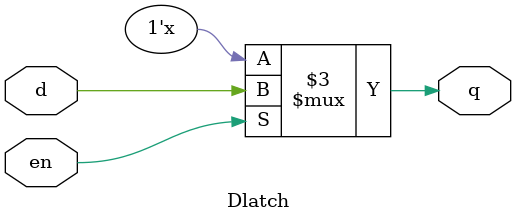
<source format=v>
`timescale 1ns / 1ps
module Dlatch(
    input en,
    input d,
    output reg q
    );

	always @(*) begin
		if (en) begin
			q = d;
		end
	end

endmodule

</source>
